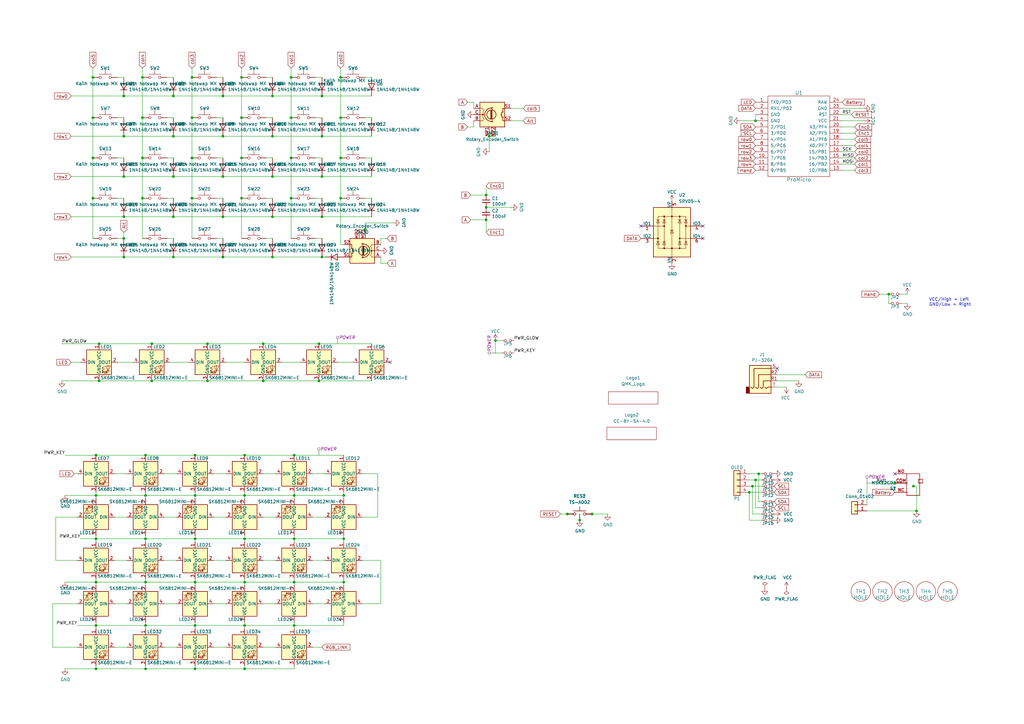
<source format=kicad_sch>
(kicad_sch (version 20230121) (generator eeschema)
  (paper "A3")
  (title_block (title "Lotus 58 Glow") (date "2023-08-30") (rev "v1.26") (company "Markus Knutsson <markus.knutsson@tweety.se>") (comment 1 "https://github.com/TweetyDaBird") (comment 2 "Licensed under Creative Commons BY-SA 4.0 International"))
  (junction (at 119.38 48.26))
  (junction (at 50.8 97.79))
  (junction (at 59.69 274.32))
  (junction (at 132.08 88.9))
  (junction (at 59.69 220.98))
  (junction (at 62.23 140.97))
  (junction (at 100.33 256.54))
  (junction (at 307.34 201.93))
  (junction (at 80.01 220.98))
  (junction (at 91.44 105.41))
  (junction (at 139.7 48.26))
  (junction (at 100.33 203.2))
  (junction (at 58.42 81.28))
  (junction (at 80.01 186.69))
  (junction (at 78.74 81.28))
  (junction (at 85.09 156.21))
  (junction (at 199.39 90.17))
  (junction (at 111.76 55.88))
  (junction (at 132.08 55.88))
  (junction (at 39.37 186.69))
  (junction (at 107.95 156.21))
  (junction (at 59.69 256.54))
  (junction (at 50.8 105.41))
  (junction (at 199.39 85.09))
  (junction (at 80.01 274.32))
  (junction (at 111.76 39.37))
  (junction (at 111.76 72.39))
  (junction (at 200.66 55.88))
  (junction (at 374.65 199.39))
  (junction (at 119.38 31.75))
  (junction (at 40.64 140.97))
  (junction (at 58.42 48.26))
  (junction (at 99.06 31.75))
  (junction (at 71.12 72.39))
  (junction (at 38.1 48.26))
  (junction (at 140.97 238.76))
  (junction (at 50.8 39.37))
  (junction (at 58.42 31.75))
  (junction (at 367.03 198.12))
  (junction (at 149.86 93.98))
  (junction (at 50.8 72.39))
  (junction (at 139.7 64.77))
  (junction (at 203.2 139.7))
  (junction (at 71.12 55.88))
  (junction (at 99.06 81.28))
  (junction (at 59.69 186.69))
  (junction (at 237.744 213.36))
  (junction (at 39.37 220.98))
  (junction (at 71.12 39.37))
  (junction (at 50.8 88.9))
  (junction (at 140.97 220.98))
  (junction (at 107.95 140.97))
  (junction (at 100.33 186.69))
  (junction (at 58.42 64.77))
  (junction (at 38.1 31.75))
  (junction (at 130.81 140.97))
  (junction (at 50.8 55.88))
  (junction (at 111.76 105.41))
  (junction (at 39.37 238.76))
  (junction (at 39.37 274.32))
  (junction (at 91.44 55.88))
  (junction (at 85.09 140.97))
  (junction (at 38.1 64.77))
  (junction (at 375.92 209.55))
  (junction (at 364.49 120.65))
  (junction (at 71.12 105.41))
  (junction (at 78.74 64.77))
  (junction (at 120.65 256.54))
  (junction (at 120.65 220.98))
  (junction (at 39.37 256.54))
  (junction (at 111.76 88.9))
  (junction (at 59.69 203.2))
  (junction (at 80.01 238.76))
  (junction (at 199.39 80.01))
  (junction (at 120.65 186.69))
  (junction (at 91.44 39.37))
  (junction (at 311.15 194.31))
  (junction (at 132.08 72.39))
  (junction (at 120.65 203.2))
  (junction (at 242.824 210.82))
  (junction (at 132.08 39.37))
  (junction (at 119.38 64.77))
  (junction (at 132.08 105.41))
  (junction (at 232.664 210.82))
  (junction (at 120.65 238.76))
  (junction (at 309.88 49.53))
  (junction (at 309.88 196.85))
  (junction (at 140.97 203.2))
  (junction (at 39.37 203.2))
  (junction (at 62.23 156.21))
  (junction (at 100.33 220.98))
  (junction (at 78.74 31.75))
  (junction (at 308.61 199.39))
  (junction (at 80.01 203.2))
  (junction (at 99.06 64.77))
  (junction (at 78.74 48.26))
  (junction (at 80.01 256.54))
  (junction (at 99.06 48.26))
  (junction (at 91.44 72.39))
  (junction (at 40.64 156.21))
  (junction (at 100.33 238.76))
  (junction (at 139.7 31.75))
  (junction (at 91.44 88.9))
  (junction (at 139.7 81.28))
  (junction (at 100.33 274.32))
  (junction (at 38.1 81.28))
  (junction (at 71.12 88.9))
  (junction (at 119.38 81.28))
  (junction (at 130.81 156.21))
  (junction (at 59.69 238.76))
  (no_connect (at 160.02 148.59))
  (no_connect (at 367.03 194.31))
  (no_connect (at 262.89 92.71))
  (no_connect (at 288.29 97.79))
  (no_connect (at 288.29 92.71))
  (no_connect (at 318.77 151.13))
  (wire (pts (xy 345.44 59.69) (xy 350.52 59.69)))
  (wire (pts (xy 140.97 203.2) (xy 140.97 201.93)))
  (wire (pts (xy 307.34 194.31) (xy 311.15 194.31)))
  (wire (pts (xy 120.65 203.2) (xy 120.65 201.93)))
  (wire (pts (xy 29.21 148.59) (xy 33.02 148.59)))
  (wire (pts (xy 80.01 238.76) (xy 100.33 238.76)))
  (wire (pts (xy 120.65 186.69) (xy 140.97 186.69)))
  (wire (pts (xy 132.08 48.26) (xy 129.54 48.26)))
  (wire (pts (xy 199.39 80.01) (xy 199.39 76.2)))
  (wire (pts (xy 120.65 222.25) (xy 120.65 220.98)))
  (wire (pts (xy 109.22 31.75) (xy 111.76 31.75)))
  (wire (pts (xy 107.95 265.43) (xy 113.03 265.43)))
  (wire (pts (xy 107.95 194.31) (xy 113.03 194.31)))
  (wire (pts (xy 128.27 229.87) (xy 133.35 229.87)))
  (wire (pts (xy 67.31 212.09) (xy 72.39 212.09)))
  (wire (pts (xy 68.58 64.77) (xy 71.12 64.77)))
  (wire (pts (xy 67.31 247.65) (xy 72.39 247.65)))
  (wire (pts (xy 80.01 220.98) (xy 80.01 222.25)))
  (wire (pts (xy 39.37 274.32) (xy 39.37 273.05)))
  (wire (pts (xy 209.55 49.53) (xy 214.63 49.53)))
  (wire (pts (xy 25.4 140.97) (xy 40.64 140.97)))
  (wire (pts (xy 59.69 257.81) (xy 59.69 256.54)))
  (wire (pts (xy 318.77 153.67) (xy 330.2 153.67)))
  (wire (pts (xy 140.97 220.98) (xy 140.97 222.25)))
  (wire (pts (xy 46.99 212.09) (xy 52.07 212.09)))
  (wire (pts (xy 128.27 194.31) (xy 133.35 194.31)))
  (wire (pts (xy 120.65 255.27) (xy 120.65 256.54)))
  (wire (pts (xy 21.59 247.65) (xy 21.59 265.43)))
  (wire (pts (xy 31.75 247.65) (xy 21.59 247.65)))
  (wire (pts (xy 87.63 212.09) (xy 92.71 212.09)))
  (wire (pts (xy 29.21 105.41) (xy 50.8 105.41)))
  (wire (pts (xy 311.15 194.31) (xy 311.15 205.74)))
  (wire (pts (xy 87.63 229.87) (xy 92.71 229.87)))
  (wire (pts (xy 156.21 229.87) (xy 156.21 247.65)))
  (wire (pts (xy 68.58 31.75) (xy 71.12 31.75)))
  (wire (pts (xy 59.69 220.98) (xy 80.01 220.98)))
  (wire (pts (xy 367.03 198.12) (xy 355.6 198.12)))
  (wire (pts (xy 80.01 186.69) (xy 100.33 186.69)))
  (wire (pts (xy 50.8 81.28) (xy 48.26 81.28)))
  (wire (pts (xy 193.04 80.01) (xy 199.39 80.01)))
  (wire (pts (xy 91.44 97.79) (xy 88.9 97.79)))
  (wire (pts (xy 87.63 194.31) (xy 92.71 194.31)))
  (wire (pts (xy 132.08 55.88) (xy 152.4 55.88)))
  (wire (pts (xy 78.74 48.26) (xy 78.74 64.77)))
  (wire (pts (xy 40.64 156.21) (xy 62.23 156.21)))
  (wire (pts (xy 39.37 220.98) (xy 33.02 220.98)))
  (wire (pts (xy 120.65 256.54) (xy 140.97 256.54)))
  (wire (pts (xy 38.1 27.94) (xy 38.1 31.75)))
  (wire (pts (xy 88.9 31.75) (xy 91.44 31.75)))
  (wire (pts (xy 132.08 105.41) (xy 133.35 105.41)))
  (wire (pts (xy 99.06 31.75) (xy 99.06 48.26)))
  (wire (pts (xy 59.69 220.98) (xy 59.69 222.25)))
  (wire (pts (xy 99.06 27.94) (xy 99.06 31.75)))
  (wire (pts (xy 26.67 186.69) (xy 39.37 186.69)))
  (wire (pts (xy 355.6 198.12) (xy 355.6 207.01)))
  (wire (pts (xy 78.74 64.77) (xy 78.74 81.28)))
  (wire (pts (xy 30.48 194.31) (xy 31.75 194.31)))
  (wire (pts (xy 46.99 194.31) (xy 52.07 194.31)))
  (wire (pts (xy 39.37 203.2) (xy 39.37 204.47)))
  (wire (pts (xy 80.01 237.49) (xy 80.01 238.76)))
  (wire (pts (xy 107.95 140.97) (xy 130.81 140.97)))
  (wire (pts (xy 29.21 55.88) (xy 50.8 55.88)))
  (wire (pts (xy 50.8 55.88) (xy 71.12 55.88)))
  (wire (pts (xy 59.69 255.27) (xy 59.69 256.54)))
  (wire (pts (xy 48.26 64.77) (xy 50.8 64.77)))
  (wire (pts (xy 78.74 31.75) (xy 78.74 48.26)))
  (wire (pts (xy 80.01 203.2) (xy 59.69 203.2)))
  (wire (pts (xy 31.75 229.87) (xy 22.86 229.87)))
  (wire (pts (xy 309.88 49.53) (xy 303.53 49.53)))
  (wire (pts (xy 115.57 148.59) (xy 123.19 148.59)))
  (wire (pts (xy 100.33 203.2) (xy 100.33 201.93)))
  (wire (pts (xy 39.37 240.03) (xy 39.37 238.76)))
  (wire (pts (xy 71.12 105.41) (xy 91.44 105.41)))
  (wire (pts (xy 345.44 52.07) (xy 350.52 52.07)))
  (wire (pts (xy 111.76 64.77) (xy 109.22 64.77)))
  (wire (pts (xy 50.8 95.25) (xy 50.8 97.79)))
  (wire (pts (xy 39.37 220.98) (xy 39.37 222.25)))
  (wire (pts (xy 312.42 194.31) (xy 311.15 194.31)))
  (wire (pts (xy 149.86 64.77) (xy 152.4 64.77)))
  (wire (pts (xy 312.42 196.85) (xy 309.88 196.85)))
  (wire (pts (xy 307.34 201.93) (xy 312.42 201.93)))
  (wire (pts (xy 78.74 81.28) (xy 78.74 97.79)))
  (wire (pts (xy 80.01 203.2) (xy 100.33 203.2)))
  (wire (pts (xy 46.99 265.43) (xy 52.07 265.43)))
  (wire (pts (xy 158.75 107.95) (xy 156.21 107.95)))
  (wire (pts (xy 100.33 220.98) (xy 100.33 222.25)))
  (wire (pts (xy 39.37 201.93) (xy 39.37 203.2)))
  (wire (pts (xy 200.66 62.23) (xy 200.66 55.88)))
  (wire (pts (xy 318.77 156.21) (xy 327.66 156.21)))
  (wire (pts (xy 71.12 72.39) (xy 91.44 72.39)))
  (wire (pts (xy 50.8 88.9) (xy 71.12 88.9)))
  (wire (pts (xy 309.88 46.99) (xy 309.88 49.53)))
  (wire (pts (xy 99.06 64.77) (xy 99.06 81.28)))
  (wire (pts (xy 156.21 107.95) (xy 156.21 105.41)))
  (wire (pts (xy 199.39 95.25) (xy 199.39 90.17)))
  (wire (pts (xy 209.55 44.45) (xy 214.63 44.45)))
  (wire (pts (xy 25.4 156.21) (xy 40.64 156.21)))
  (wire (pts (xy 119.38 81.28) (xy 119.38 97.79)))
  (wire (pts (xy 39.37 219.71) (xy 39.37 220.98)))
  (wire (pts (xy 191.77 52.07) (xy 194.31 52.07)))
  (wire (pts (xy 161.29 91.44) (xy 149.86 91.44)))
  (wire (pts (xy 78.74 27.94) (xy 78.74 31.75)))
  (wire (pts (xy 62.23 140.97) (xy 85.09 140.97)))
  (wire (pts (xy 345.44 49.53) (xy 354.33 49.53)))
  (wire (pts (xy 130.81 140.97) (xy 152.4 140.97)))
  (wire (pts (xy 71.12 55.88) (xy 91.44 55.88)))
  (wire (pts (xy 119.38 31.75) (xy 119.38 48.26)))
  (wire (pts (xy 59.69 274.32) (xy 39.37 274.32)))
  (wire (pts (xy 99.06 48.26) (xy 99.06 64.77)))
  (wire (pts (xy 92.71 148.59) (xy 100.33 148.59)))
  (wire (pts (xy 149.86 81.28) (xy 152.4 81.28)))
  (wire (pts (xy 100.33 203.2) (xy 120.65 203.2)))
  (wire (pts (xy 21.59 265.43) (xy 31.75 265.43)))
  (wire (pts (xy 139.7 31.75) (xy 139.7 48.26)))
  (wire (pts (xy 69.85 148.59) (xy 77.47 148.59)))
  (wire (pts (xy 345.44 54.61) (xy 350.52 54.61)))
  (wire (pts (xy 100.33 274.32) (xy 80.01 274.32)))
  (wire (pts (xy 109.22 81.28) (xy 111.76 81.28)))
  (wire (pts (xy 119.38 48.26) (xy 119.38 64.77)))
  (wire (pts (xy 80.01 274.32) (xy 80.01 273.05)))
  (wire (pts (xy 71.12 48.26) (xy 68.58 48.26)))
  (wire (pts (xy 100.33 256.54) (xy 100.33 255.27)))
  (wire (pts (xy 345.44 44.45) (xy 354.33 44.45)))
  (wire (pts (xy 67.31 229.87) (xy 72.39 229.87)))
  (wire (pts (xy 107.95 156.21) (xy 130.81 156.21)))
  (wire (pts (xy 91.44 88.9) (xy 111.76 88.9)))
  (wire (pts (xy 80.01 257.81) (xy 80.01 256.54)))
  (wire (pts (xy 119.38 64.77) (xy 119.38 81.28)))
  (wire (pts (xy 148.59 247.65) (xy 156.21 247.65)))
  (wire (pts (xy 100.33 238.76) (xy 120.65 238.76)))
  (wire (pts (xy 58.42 27.94) (xy 58.42 31.75)))
  (wire (pts (xy 31.75 256.54) (xy 39.37 256.54)))
  (wire (pts (xy 200.66 55.88) (xy 203.2 55.88)))
  (wire (pts (xy 99.06 81.28) (xy 99.06 97.79)))
  (wire (pts (xy 147.32 93.98) (xy 149.86 93.98)))
  (wire (pts (xy 130.81 156.21) (xy 152.4 156.21)))
  (wire (pts (xy 48.26 148.59) (xy 54.61 148.59)))
  (wire (pts (xy 100.33 257.81) (xy 100.33 256.54)))
  (wire (pts (xy 29.21 88.9) (xy 50.8 88.9)))
  (wire (pts (xy 46.99 247.65) (xy 52.07 247.65)))
  (wire (pts (xy 132.08 97.79) (xy 129.54 97.79)))
  (wire (pts (xy 88.9 48.26) (xy 91.44 48.26)))
  (wire (pts (xy 140.97 237.49) (xy 140.97 238.76)))
  (wire (pts (xy 107.95 247.65) (xy 113.03 247.65)))
  (wire (pts (xy 111.76 97.79) (xy 109.22 97.79)))
  (wire (pts (xy 80.01 203.2) (xy 80.01 204.47)))
  (wire (pts (xy 120.65 274.32) (xy 100.33 274.32)))
  (wire (pts (xy 26.67 238.76) (xy 39.37 238.76)))
  (wire (pts (xy 140.97 220.98) (xy 140.97 219.71)))
  (wire (pts (xy 100.33 204.47) (xy 100.33 203.2)))
  (wire (pts (xy 149.86 31.75) (xy 152.4 31.75)))
  (wire (pts (xy 140.97 203.2) (xy 140.97 204.47)))
  (wire (pts (xy 372.11 124.46) (xy 369.57 124.46)))
  (wire (pts (xy 120.65 204.47) (xy 120.65 203.2)))
  (wire (pts (xy 345.44 62.23) (xy 350.52 62.23)))
  (wire (pts (xy 87.63 247.65) (xy 92.71 247.65)))
  (wire (pts (xy 191.77 41.91) (xy 194.31 41.91)))
  (wire (pts (xy 193.04 90.17) (xy 199.39 90.17)))
  (wire (pts (xy 59.69 186.69) (xy 80.01 186.69)))
  (wire (pts (xy 120.65 238.76) (xy 140.97 238.76)))
  (wire (pts (xy 364.49 124.46) (xy 364.49 120.65)))
  (wire (pts (xy 80.01 220.98) (xy 80.01 219.71)))
  (wire (pts (xy 199.39 85.09) (xy 209.55 85.09)))
  (wire (pts (xy 345.44 67.31) (xy 350.52 67.31)))
  (wire (pts (xy 67.31 265.43) (xy 72.39 265.43)))
  (wire (pts (xy 22.86 229.87) (xy 22.86 212.09)))
  (wire (pts (xy 249.174 210.82) (xy 242.824 210.82)))
  (wire (pts (xy 194.31 52.07) (xy 194.31 49.53)))
  (wire (pts (xy 50.8 105.41) (xy 71.12 105.41)))
  (wire (pts (xy 87.63 265.43) (xy 92.71 265.43)))
  (wire (pts (xy 59.69 274.32) (xy 59.69 273.05)))
  (wire (pts (xy 132.08 31.75) (xy 129.54 31.75)))
  (wire (pts (xy 39.37 203.2) (xy 26.67 203.2)))
  (wire (pts (xy 91.44 81.28) (xy 88.9 81.28)))
  (wire (pts (xy 111.76 55.88) (xy 132.08 55.88)))
  (wire (pts (xy 375.92 199.39) (xy 375.92 209.55)))
  (wire (pts (xy 132.08 72.39) (xy 152.4 72.39)))
  (wire (pts (xy 59.69 203.2) (xy 59.69 201.93)))
  (wire (pts (xy 345.44 69.85) (xy 350.52 69.85)))
  (wire (pts (xy 39.37 186.69) (xy 59.69 186.69)))
  (wire (pts (xy 29.21 39.37) (xy 50.8 39.37)))
  (wire (pts (xy 149.86 91.44) (xy 149.86 93.98)))
  (wire (pts (xy 139.7 64.77) (xy 139.7 81.28)))
  (wire (pts (xy 120.65 257.81) (xy 120.65 256.54)))
  (wire (pts (xy 360.68 120.65) (xy 364.49 120.65)))
  (wire (pts (xy 203.2 139.7) (xy 205.74 139.7)))
  (wire (pts (xy 152.4 48.26) (xy 149.86 48.26)))
  (wire (pts (xy 39.37 203.2) (xy 59.69 203.2)))
  (wire (pts (xy 100.33 237.49) (xy 100.33 238.76)))
  (wire (pts (xy 59.69 237.49) (xy 59.69 238.76)))
  (wire (pts (xy 120.65 203.2) (xy 140.97 203.2)))
  (wire (pts (xy 140.97 256.54) (xy 140.97 255.27)))
  (wire (pts (xy 91.44 105.41) (xy 111.76 105.41)))
  (wire (pts (xy 111.76 72.39) (xy 132.08 72.39)))
  (wire (pts (xy 100.33 220.98) (xy 120.65 220.98)))
  (wire (pts (xy 120.65 274.32) (xy 120.65 273.05)))
  (wire (pts (xy 345.44 46.99) (xy 349.25 46.99)))
  (wire (pts (xy 120.65 220.98) (xy 120.65 219.71)))
  (wire (pts (xy 148.59 229.87) (xy 156.21 229.87)))
  (wire (pts (xy 154.94 194.31) (xy 154.94 212.09)))
  (wire (pts (xy 91.44 72.39) (xy 111.76 72.39)))
  (wire (pts (xy 80.01 201.93) (xy 80.01 203.2)))
  (wire (pts (xy 91.44 39.37) (xy 111.76 39.37)))
  (wire (pts (xy 58.42 81.28) (xy 58.42 97.79)))
  (wire (pts (xy 59.69 220.98) (xy 59.69 219.71)))
  (wire (pts (xy 59.69 204.47) (xy 59.69 203.2)))
  (wire (pts (xy 80.01 240.03) (xy 80.01 238.76)))
  (wire (pts (xy 132.08 265.43) (xy 128.27 265.43)))
  (wire (pts (xy 67.31 194.31) (xy 72.39 194.31)))
  (wire (pts (xy 158.75 97.79) (xy 156.21 97.79)))
  (wire (pts (xy 120.65 220.98) (xy 140.97 220.98)))
  (wire (pts (xy 80.01 256.54) (xy 80.01 255.27)))
  (wire (pts (xy 318.77 158.75) (xy 322.58 158.75)))
  (wire (pts (xy 71.12 39.37) (xy 91.44 39.37)))
  (wire (pts (xy 46.99 229.87) (xy 52.07 229.87)))
  (wire (pts (xy 39.37 255.27) (xy 39.37 256.54)))
  (wire (pts (xy 369.57 120.65) (xy 372.11 120.65)))
  (wire (pts (xy 38.1 48.26) (xy 38.1 64.77)))
  (wire (pts (xy 148.59 212.09) (xy 154.94 212.09)))
  (wire (pts (xy 128.27 247.65) (xy 133.35 247.65)))
  (wire (pts (xy 39.37 257.81) (xy 39.37 256.54)))
  (wire (pts (xy 80.01 220.98) (xy 100.33 220.98)))
  (wire (pts (xy 59.69 256.54) (xy 80.01 256.54)))
  (wire (pts (xy 38.1 81.28) (xy 38.1 97.79)))
  (wire (pts (xy 59.69 238.76) (xy 80.01 238.76)))
  (wire (pts (xy 107.95 212.09) (xy 113.03 212.09)))
  (wire (pts (xy 119.38 27.94) (xy 119.38 31.75)))
  (wire (pts (xy 139.7 48.26) (xy 139.7 64.77)))
  (wire (pts (xy 139.7 27.94) (xy 139.7 31.75)))
  (wire (pts (xy 139.7 81.28) (xy 139.7 100.33)))
  (wire (pts (xy 80.01 274.32) (xy 59.69 274.32)))
  (wire (pts (xy 132.08 39.37) (xy 152.4 39.37)))
  (wire (pts (xy 100.33 186.69) (xy 120.65 186.69)))
  (wire (pts (xy 100.33 274.32) (xy 100.33 273.05)))
  (wire (pts (xy 50.8 39.37) (xy 71.12 39.37)))
  (wire (pts (xy 308.61 199.39) (xy 312.42 199.39)))
  (wire (pts (xy 85.09 156.21) (xy 107.95 156.21)))
  (wire (pts (xy 132.08 88.9) (xy 152.4 88.9)))
  (wire (pts (xy 203.2 144.78) (xy 205.74 144.78)))
  (wire (pts (xy 100.33 256.54) (xy 120.65 256.54)))
  (wire (pts (xy 71.12 88.9) (xy 91.44 88.9)))
  (wire (pts (xy 120.65 240.03) (xy 120.65 238.76)))
  (wire (pts (xy 40.64 140.97) (xy 62.23 140.97)))
  (wire (pts (xy 71.12 81.28) (xy 68.58 81.28)))
  (wire (pts (xy 203.2 139.7) (xy 203.2 144.78)))
  (wire (pts (xy 22.86 212.09) (xy 31.75 212.09)))
  (wire (pts (xy 39.37 274.32) (xy 26.67 274.32)))
  (wire (pts (xy 309.88 196.85) (xy 309.88 208.28)))
  (wire (pts (xy 308.61 210.82) (xy 308.61 199.39)))
  (wire (pts (xy 39.37 238.76) (xy 59.69 238.76)))
  (wire (pts (xy 307.34 213.36) (xy 312.42 213.36)))
  (wire (pts (xy 307.34 201.93) (xy 307.34 213.36)))
  (wire (pts (xy 58.42 64.77) (xy 58.42 81.28)))
  (wire (pts (xy 156.21 97.79) (xy 156.21 100.33)))
  (wire (pts (xy 107.95 229.87) (xy 113.03 229.87)))
  (wire (pts (xy 132.08 64.77) (xy 129.54 64.77)))
  (wire (pts (xy 139.7 100.33) (xy 140.97 100.33)))
  (wire (pts (xy 71.12 97.79) (xy 68.58 97.79)))
  (wire (pts (xy 375.92 199.39) (xy 374.65 199.39)))
  (wire (pts (xy 307.34 196.85) (xy 309.88 196.85)))
  (wire (pts (xy 62.23 156.21) (xy 85.09 156.21)))
  (wire (pts (xy 50.8 48.26) (xy 48.26 48.26)))
  (wire (pts (xy 345.44 64.77) (xy 350.52 64.77)))
  (wire (pts (xy 312.42 205.74) (xy 311.15 205.74)))
  (wire (pts (xy 312.42 210.82) (xy 308.61 210.82)))
  (wire (pts (xy 85.09 140.97) (xy 107.95 140.97)))
  (wire (pts (xy 100.33 238.76) (xy 100.33 240.03)))
  (wire (pts (xy 111.76 48.26) (xy 109.22 48.26)))
  (wire (pts (xy 88.9 64.77) (xy 91.44 64.77)))
  (wire (pts (xy 138.43 148.59) (xy 144.78 148.59)))
  (wire (pts (xy 50.8 31.75) (xy 48.26 31.75)))
  (wire (pts (xy 148.59 194.31) (xy 154.94 194.31)))
  (wire (pts (xy 80.01 256.54) (xy 100.33 256.54)))
  (wire (pts (xy 120.65 237.49) (xy 120.65 238.76)))
  (wire (pts (xy 111.76 105.41) (xy 132.08 105.41)))
  (wire (pts (xy 50.8 72.39) (xy 71.12 72.39)))
  (wire (pts (xy 132.08 81.28) (xy 129.54 81.28)))
  (wire (pts (xy 111.76 88.9) (xy 132.08 88.9)))
  (wire (pts (xy 39.37 220.98) (xy 59.69 220.98)))
  (wire (pts (xy 58.42 31.75) (xy 58.42 48.26)))
  (wire (pts (xy 29.21 72.39) (xy 50.8 72.39)))
  (wire (pts (xy 59.69 238.76) (xy 59.69 240.03)))
  (wire (pts (xy 39.37 256.54) (xy 59.69 256.54)))
  (wire (pts (xy 100.33 220.98) (xy 100.33 219.71)))
  (wire (pts (xy 229.87 210.82) (xy 232.664 210.82)))
  (wire (pts (xy 355.6 209.55) (xy 375.92 209.55)))
  (wire (pts (xy 91.44 55.88) (xy 111.76 55.88)))
  (wire (pts (xy 194.31 41.91) (xy 194.31 44.45)))
  (wire (pts (xy 309.88 208.28) (xy 312.42 208.28)))
  (wire (pts (xy 39.37 237.49) (xy 39.37 238.76)))
  (wire (pts (xy 345.44 57.15) (xy 350.52 57.15)))
  (wire (pts (xy 48.26 97.79) (xy 50.8 97.79)))
  (wire (pts (xy 307.34 199.39) (xy 308.61 199.39)))
  (wire (pts (xy 140.97 238.76) (xy 140.97 240.03)))
  (wire (pts (xy 38.1 31.75) (xy 38.1 48.26)))
  (wire (pts (xy 111.76 39.37) (xy 132.08 39.37)))
  (wire (pts (xy 58.42 48.26) (xy 58.42 64.77)))
  (wire (pts (xy 38.1 64.77) (xy 38.1 81.28)))
  (wire (pts (xy 128.27 212.09) (xy 133.35 212.09)))
  (text "VCC/High = Left\nGND/Low = Right" (at 381 125.73 0) (effects (font (size 1.27 1.27)) (justify left bottom)))
  (label "PWR_GLOW" (at 210.82 139.7 0))
  (label "PWR_KEY" (at 26.67 186.69 180))
  (label "MOSI" (at 345.44 67.31 0))
  (label "PWR_KEY" (at 33.02 220.98 180))
  (label "SCK" (at 345.44 62.23 0))
  (label "PWR_GLOW" (at 25.4 140.97 0))
  (label "PWR_KEY" (at 31.75 256.54 180))
  (label "PWR_KEY" (at 210.82 144.78 0))
  (label "Batt" (at 359.41 198.12 0))
  (label "RST" (at 345.44 46.99 0))
  (label "MISO" (at 345.44 64.77 0))
  (global_label "A" (shape input) (at 193.04 90.17 180) (property "Intersheetrefs" "${INTERSHEET_REFS}" (effects hide)))
  (global_label "Alt" (shape input) (at 50.8 95.25 90) (property "Intersheetrefs" "${INTERSHEET_REFS}" (effects hide)))
  (global_label "col2" (shape input) (at 350.52 64.77 0) (property "Intersheetrefs" "${INTERSHEET_REFS}" (effects hide)))
  (global_label "row2" (shape input) (at 309.88 62.23 180) (property "Intersheetrefs" "${INTERSHEET_REFS}" (effects hide)))
  (global_label "RESET" (shape input) (at 349.25 46.99 0) (property "Intersheetrefs" "${INTERSHEET_REFS}" (effects hide)))
  (global_label "col4" (shape input) (at 58.42 27.94 90) (property "Intersheetrefs" "${INTERSHEET_REFS}" (effects hide)))
  (global_label "row1" (shape input) (at 309.88 59.69 180) (property "Intersheetrefs" "${INTERSHEET_REFS}" (effects hide)))
  (global_label "Battery" (shape input) (at 345.44 41.91 0) (property "Intersheetrefs" "${INTERSHEET_REFS}" (effects hide)))
  (global_label "LED" (shape input) (at 29.21 148.59 180) (property "Intersheetrefs" "${INTERSHEET_REFS}" (effects hide)))
  (global_label "Enc1" (shape input) (at 199.39 95.25 0) (property "Intersheetrefs" "${INTERSHEET_REFS}" (effects hide)))
  (global_label "row3" (shape input) (at 29.21 88.9 180) (property "Intersheetrefs" "${INTERSHEET_REFS}" (effects hide)))
  (global_label "SDA" (shape input) (at 317.5 205.74 0) (property "Intersheetrefs" "${INTERSHEET_REFS}" (effects hide)))
  (global_label "row3" (shape input) (at 309.88 64.77 180) (property "Intersheetrefs" "${INTERSHEET_REFS}" (effects hide)))
  (global_label "SCL" (shape input) (at 309.88 54.61 180) (property "Intersheetrefs" "${INTERSHEET_REFS}" (effects hide)))
  (global_label "SDA" (shape input) (at 317.5 201.93 0) (property "Intersheetrefs" "${INTERSHEET_REFS}" (effects hide)))
  (global_label "Enc0" (shape input) (at 350.52 52.07 0) (property "Intersheetrefs" "${INTERSHEET_REFS}" (effects hide)))
  (global_label "col4" (shape input) (at 350.52 59.69 0) (property "Intersheetrefs" "${INTERSHEET_REFS}" (effects hide)))
  (global_label "row1" (shape input) (at 29.21 55.88 180) (property "Intersheetrefs" "${INTERSHEET_REFS}" (effects hide)))
  (global_label "SCL" (shape input) (at 317.5 208.28 0) (property "Intersheetrefs" "${INTERSHEET_REFS}" (effects hide)))
  (global_label "RGB_LINK" (shape input) (at 132.08 265.43 0) (property "Intersheetrefs" "${INTERSHEET_REFS}" (effects hide)))
  (global_label "row2" (shape input) (at 29.21 72.39 180) (property "Intersheetrefs" "${INTERSHEET_REFS}" (effects hide)))
  (global_label "A" (shape input) (at 191.77 41.91 180) (property "Intersheetrefs" "${INTERSHEET_REFS}" (effects hide)))
  (global_label "col5" (shape input) (at 214.63 44.45 0) (property "Intersheetrefs" "${INTERSHEET_REFS}" (effects hide)))
  (global_label "col5" (shape input) (at 38.1 27.94 90) (property "Intersheetrefs" "${INTERSHEET_REFS}" (effects hide)))
  (global_label "col0" (shape input) (at 350.52 62.23 0) (property "Intersheetrefs" "${INTERSHEET_REFS}" (effects hide)))
  (global_label "col3" (shape input) (at 78.74 27.94 90) (property "Intersheetrefs" "${INTERSHEET_REFS}" (effects hide)))
  (global_label "LED" (shape input) (at 30.48 194.31 180) (property "Intersheetrefs" "${INTERSHEET_REFS}" (effects hide)))
  (global_label "DATA" (shape input) (at 262.89 97.79 180) (property "Intersheetrefs" "${INTERSHEET_REFS}" (effects hide)))
  (global_label "Battery" (shape input) (at 367.03 201.93 180) (property "Intersheetrefs" "${INTERSHEET_REFS}" (effects hide)))
  (global_label "LED" (shape input) (at 309.88 41.91 180) (property "Intersheetrefs" "${INTERSHEET_REFS}" (effects hide)))
  (global_label "SCL" (shape input) (at 317.5 199.39 0) (property "Intersheetrefs" "${INTERSHEET_REFS}" (effects hide)))
  (global_label "Hand" (shape input) (at 309.88 69.85 180) (property "Intersheetrefs" "${INTERSHEET_REFS}" (effects hide)))
  (global_label "A" (shape input) (at 158.75 107.95 0) (property "Intersheetrefs" "${INTERSHEET_REFS}" (effects hide)))
  (global_label "row0" (shape input) (at 29.21 39.37 180) (property "Intersheetrefs" "${INTERSHEET_REFS}" (effects hide)))
  (global_label "SDA" (shape input) (at 309.88 52.07 180) (property "Intersheetrefs" "${INTERSHEET_REFS}" (effects hide)))
  (global_label "Alt" (shape input) (at 214.63 49.53 0) (property "Intersheetrefs" "${INTERSHEET_REFS}" (effects hide)))
  (global_label "B" (shape input) (at 193.04 80.01 180) (property "Intersheetrefs" "${INTERSHEET_REFS}" (effects hide)))
  (global_label "col5" (shape input) (at 350.52 57.15 0) (property "Intersheetrefs" "${INTERSHEET_REFS}" (effects hide)))
  (global_label "DATA" (shape input) (at 330.2 153.67 0) (property "Intersheetrefs" "${INTERSHEET_REFS}" (effects hide)))
  (global_label "Enc0" (shape input) (at 199.39 76.2 0) (property "Intersheetrefs" "${INTERSHEET_REFS}" (effects hide)))
  (global_label "row4" (shape input) (at 29.21 105.41 180) (property "Intersheetrefs" "${INTERSHEET_REFS}" (effects hide)))
  (global_label "row0" (shape input) (at 309.88 57.15 180) (property "Intersheetrefs" "${INTERSHEET_REFS}" (effects hide)))
  (global_label "B" (shape input) (at 191.77 52.07 180) (property "Intersheetrefs" "${INTERSHEET_REFS}" (effects hide)))
  (global_label "B" (shape input) (at 158.75 97.79 0) (property "Intersheetrefs" "${INTERSHEET_REFS}" (effects hide)))
  (global_label "col1" (shape input) (at 350.52 67.31 0) (property "Intersheetrefs" "${INTERSHEET_REFS}" (effects hide)))
  (global_label "col1" (shape input) (at 119.38 27.94 90) (property "Intersheetrefs" "${INTERSHEET_REFS}" (effects hide)))
  (global_label "col0" (shape input) (at 139.7 27.94 90) (property "Intersheetrefs" "${INTERSHEET_REFS}" (effects hide)))
  (global_label "Hand" (shape input) (at 360.68 120.65 180) (property "Intersheetrefs" "${INTERSHEET_REFS}" (effects hide)))
  (global_label "col2" (shape input) (at 99.06 27.94 90) (property "Intersheetrefs" "${INTERSHEET_REFS}" (effects hide)))
  (global_label "DATA" (shape input) (at 309.88 44.45 180) (property "Intersheetrefs" "${INTERSHEET_REFS}" (effects hide)))
  (global_label "row4" (shape input) (at 309.88 67.31 180) (property "Intersheetrefs" "${INTERSHEET_REFS}" (effects hide)))
  (global_label "Enc1" (shape input) (at 350.52 54.61 0) (property "Intersheetrefs" "${INTERSHEET_REFS}" (effects hide)))
  (global_label "RESET" (shape input) (at 229.87 210.82 180) (property "Intersheetrefs" "${INTERSHEET_REFS}" (effects hide)))
  (global_label "col3" (shape input) (at 350.52 69.85 0) (property "Intersheetrefs" "${INTERSHEET_REFS}" (effects hide)))
  (netclass_flag "" (length 2.54) (shape round) (at 355.6 198.12 0) (property "Netclass" "POWER" (at 356.2096 195.58 0) (effects (font italic) (justify left))))
  (netclass_flag "" (length 2.54) (shape round) (at 203.2 144.78 90) (property "Netclass" "POWER" (at 200.66 144.1704 90) (effects (font italic) (justify left))))
  (netclass_flag "" (length 2.54) (shape round) (at 130.81 186.69 0) (property "Netclass" "POWER" (at 131.4196 184.15 0) (effects (font italic) (justify left))))
  (netclass_flag "" (length 2.54) (shape round) (at 138.43 140.97 0) (property "Netclass" "POWER" (at 139.0396 138.43 0) (effects (font italic) (justify left))))
  (symbol (lib_id "keebio:ProMicro") (at 327.66 55.88 0) (unit 1)
    (property "Reference" "U1" (at 327.66 38.1 0) (effects (font (size 1.524 1.524))))
    (property "Value" "ProMicro" (at 327.66 73.66 0) (effects (font (size 1.524 1.524))))
    (property "Footprint" "Keyboard Controllers:ProMicro_Reversible_orig" (effects hide))
  )
  (symbol (lib_id "Switch:SW_Push") (at 43.18 97.79 0) (unit 1)
    (property "Reference" "SW25" (at 43.18 93.98 0))
    (property "Value" "Kailh hotswap MX socket" (at 43.18 100.33 0))
    (property "Footprint" "keyswitches:Kailh_socket_MX_reversible_RGB" (effects hide))
  )
  (symbol (lib_id "Switch:SW_Push") (at 63.5 97.79 0) (unit 1)
    (property "Reference" "SW26" (at 63.5 93.98 0))
    (property "Value" "Kailh hotswap MX socket" (at 63.5 100.33 0))
    (property "Footprint" "keyswitches:Kailh_socket_MX_reversible_RGB" (effects hide))
  )
  (symbol (lib_id "Switch:SW_Push") (at 43.18 31.75 0) (mirror y) (unit 1)
    (property "Reference" "SW1" (at 43.18 27.94 0))
    (property "Value" "Kailh hotswap MX socket" (at 43.18 34.29 0))
    (property "Footprint" "keyswitches:Kailh_socket_MX_reversible_RGB" (effects hide))
  )
  (symbol (lib_id "Device:D") (at 50.8 35.56 90) (unit 1)
    (property "Reference" "D1" (at 52.8066 34.3916 90) (effects (justify right)))
    (property "Value" "1N4148/1N4148W" (at 52.8066 36.703 90) (effects (justify right)))
    (property "Footprint" "Keyboard Library:Diode_DO35_SOD123" (effects hide))
  )
  (symbol (lib_id "Switch:SW_Push") (at 63.5 31.75 0) (unit 1)
    (property "Reference" "SW2" (at 63.5 27.94 0))
    (property "Value" "Kailh hotswap MX socket" (at 63.5 34.29 0))
    (property "Footprint" "keyswitches:Kailh_socket_MX_reversible_RGB" (effects hide))
  )
  (symbol (lib_id "Device:D") (at 71.12 35.56 90) (unit 1)
    (property "Reference" "D2" (at 73.1266 34.3916 90) (effects (justify right)))
    (property "Value" "1N4148/1N4148W" (at 73.1266 36.703 90) (effects (justify right)))
    (property "Footprint" "Keyboard Library:Diode_DO35_SOD123" (effects hide))
  )
  (symbol (lib_id "Switch:SW_Push") (at 83.82 31.75 0) (unit 1)
    (property "Reference" "SW3" (at 83.82 27.94 0))
    (property "Value" "Kailh hotswap MX socket" (at 83.82 34.29 0))
    (property "Footprint" "keyswitches:Kailh_socket_MX_reversible_RGB" (effects hide))
  )
  (symbol (lib_id "Device:D") (at 91.44 35.56 90) (unit 1)
    (property "Reference" "D3" (at 93.4466 34.3916 90) (effects (justify right)))
    (property "Value" "1N4148/1N4148W" (at 93.4466 36.703 90) (effects (justify right)))
    (property "Footprint" "Keyboard Library:Diode_DO35_SOD123" (effects hide))
  )
  (symbol (lib_id "Switch:SW_Push") (at 104.14 31.75 0) (unit 1)
    (property "Reference" "SW4" (at 104.14 27.94 0))
    (property "Value" "Kailh hotswap MX socket" (at 104.14 34.29 0))
    (property "Footprint" "keyswitches:Kailh_socket_MX_reversible_RGB" (effects hide))
  )
  (symbol (lib_id "Device:D") (at 111.76 35.56 90) (unit 1)
    (property "Reference" "D4" (at 113.7666 34.3916 90) (effects (justify right)))
    (property "Value" "1N4148/1N4148W" (at 113.7666 36.703 90) (effects (justify right)))
    (property "Footprint" "Keyboard Library:Diode_DO35_SOD123" (effects hide))
  )
  (symbol (lib_id "Switch:SW_Push") (at 124.46 31.75 0) (unit 1)
    (property "Reference" "SW5" (at 124.46 27.94 0))
    (property "Value" "Kailh hotswap MX socket" (at 124.46 34.29 0))
    (property "Footprint" "keyswitches:Kailh_socket_MX_reversible_RGB" (effects hide))
  )
  (symbol (lib_id "Device:D") (at 132.08 35.56 90) (unit 1)
    (property "Reference" "D5" (at 134.0866 34.3916 90) (effects (justify right)))
    (property "Value" "1N4148/1N4148W" (at 134.0866 36.703 90) (effects (justify right)))
    (property "Footprint" "Keyboard Library:Diode_DO35_SOD123" (effects hide))
  )
  (symbol (lib_id "Switch:SW_Push") (at 144.78 31.75 0) (unit 1)
    (property "Reference" "SW6" (at 144.78 27.94 0))
    (property "Value" "Kailh hotswap MX socket" (at 144.78 33.02 0))
    (property "Footprint" "keyswitches:Kailh_socket_MX_reversible_RGB" (effects hide))
  )
  (symbol (lib_id "Device:D") (at 152.4 35.56 90) (unit 1)
    (property "Reference" "D6" (at 154.4066 34.3916 90) (effects (justify right)))
    (property "Value" "1N4148/1N4148W" (at 154.4066 36.703 90) (effects (justify right)))
    (property "Footprint" "Keyboard Library:Diode_DO35_SOD123" (effects hide))
  )
  (symbol (lib_id "Switch:SW_Push") (at 63.5 48.26 0) (unit 1)
    (property "Reference" "SW8" (at 63.5 44.45 0))
    (property "Value" "Kailh hotswap MX socket" (at 63.5 50.8 0))
    (property "Footprint" "keyswitches:Kailh_socket_MX_reversible_RGB" (effects hide))
  )
  (symbol (lib_id "Switch:SW_Push") (at 83.82 48.26 0) (unit 1)
    (property "Reference" "SW9" (at 83.82 44.45 0))
    (property "Value" "Kailh hotswap MX socket" (at 83.82 50.8 0))
    (property "Footprint" "keyswitches:Kailh_socket_MX_reversible_RGB" (effects hide))
  )
  (symbol (lib_id "Switch:SW_Push") (at 104.14 48.26 0) (unit 1)
    (property "Reference" "SW10" (at 104.14 44.45 0))
    (property "Value" "Kailh hotswap MX socket" (at 104.14 50.8 0))
    (property "Footprint" "keyswitches:Kailh_socket_MX_reversible_RGB" (effects hide))
  )
  (symbol (lib_id "Switch:SW_Push") (at 124.46 48.26 0) (unit 1)
    (property "Reference" "SW11" (at 124.46 44.45 0))
    (property "Value" "Kailh hotswap MX socket" (at 124.46 50.8 0))
    (property "Footprint" "keyswitches:Kailh_socket_MX_reversible_RGB" (effects hide))
  )
  (symbol (lib_id "Switch:SW_Push") (at 144.78 48.26 0) (unit 1)
    (property "Reference" "SW12" (at 144.78 44.45 0))
    (property "Value" "Kailh hotswap MX socket" (at 144.78 50.8 0))
    (property "Footprint" "keyswitches:Kailh_socket_MX_reversible_RGB" (effects hide))
  )
  (symbol (lib_id "Switch:SW_Push") (at 43.18 48.26 0) (unit 1)
    (property "Reference" "SW7" (at 43.18 44.45 0))
    (property "Value" "Kailh hotswap MX socket" (at 43.18 50.8 0))
    (property "Footprint" "keyswitches:Kailh_socket_MX_reversible_RGB" (effects hide))
  )
  (symbol (lib_id "Device:D") (at 50.8 52.07 90) (unit 1)
    (property "Reference" "D7" (at 52.8066 50.9016 90) (effects (justify right)))
    (property "Value" "1N4148/1N4148W" (at 52.8066 53.213 90) (effects (justify right)))
    (property "Footprint" "Keyboard Library:Diode_DO35_SOD123" (effects hide))
  )
  (symbol (lib_id "Device:D") (at 71.12 52.07 90) (unit 1)
    (property "Reference" "D8" (at 73.1266 50.9016 90) (effects (justify right)))
    (property "Value" "1N4148/1N4148W" (at 73.1266 53.213 90) (effects (justify right)))
    (property "Footprint" "Keyboard Library:Diode_DO35_SOD123" (effects hide))
  )
  (symbol (lib_id "Device:D") (at 91.44 52.07 90) (unit 1)
    (property "Reference" "D9" (at 93.4466 50.9016 90) (effects (justify right)))
    (property "Value" "1N4148/1N4148W" (at 93.4466 53.213 90) (effects (justify right)))
    (property "Footprint" "Keyboard Library:Diode_DO35_SOD123" (effects hide))
  )
  (symbol (lib_id "Device:D") (at 111.76 52.07 90) (unit 1)
    (property "Reference" "D10" (at 113.7666 50.9016 90) (effects (justify right)))
    (property "Value" "1N4148/1N4148W" (at 113.7666 53.213 90) (effects (justify right)))
    (property "Footprint" "Keyboard Library:Diode_DO35_SOD123" (effects hide))
  )
  (symbol (lib_id "Device:D") (at 132.08 52.07 90) (unit 1)
    (property "Reference" "D11" (at 134.0866 50.9016 90) (effects (justify right)))
    (property "Value" "1N4148/1N4148W" (at 134.0866 53.213 90) (effects (justify right)))
    (property "Footprint" "Keyboard Library:Diode_DO35_SOD123" (effects hide))
  )
  (symbol (lib_id "Device:D") (at 152.4 52.07 90) (unit 1)
    (property "Reference" "D12" (at 154.4066 50.9016 90) (effects (justify right)))
    (property "Value" "1N4148/1N4148W" (at 154.4066 53.213 90) (effects (justify right)))
    (property "Footprint" "Keyboard Library:Diode_DO35_SOD123" (effects hide))
  )
  (symbol (lib_id "Switch:SW_Push") (at 43.18 64.77 0) (unit 1)
    (property "Reference" "SW13" (at 43.18 60.96 0))
    (property "Value" "Kailh hotswap MX socket" (at 43.18 67.31 0))
    (property "Footprint" "keyswitches:Kailh_socket_MX_reversible_RGB" (effects hide))
  )
  (symbol (lib_id "Switch:SW_Push") (at 63.5 64.77 0) (unit 1)
    (property "Reference" "SW14" (at 63.5 60.96 0))
    (property "Value" "Kailh hotswap MX socket" (at 63.5 67.31 0))
    (property "Footprint" "keyswitches:Kailh_socket_MX_reversible_RGB" (effects hide))
  )
  (symbol (lib_id "Switch:SW_Push") (at 83.82 64.77 0) (unit 1)
    (property "Reference" "SW15" (at 83.82 60.96 0))
    (property "Value" "Kailh hotswap MX socket" (at 83.82 67.31 0))
    (property "Footprint" "keyswitches:Kailh_socket_MX_reversible_RGB" (effects hide))
  )
  (symbol (lib_id "Switch:SW_Push") (at 104.14 64.77 0) (unit 1)
    (property "Reference" "SW16" (at 104.14 60.96 0))
    (property "Value" "Kailh hotswap MX socket" (at 104.14 67.31 0))
    (property "Footprint" "keyswitches:Kailh_socket_MX_reversible_RGB" (effects hide))
  )
  (symbol (lib_id "Switch:SW_Push") (at 124.46 64.77 0) (unit 1)
    (property "Reference" "SW17" (at 124.46 60.96 0))
    (property "Value" "Kailh hotswap MX socket" (at 124.46 67.31 0))
    (property "Footprint" "keyswitches:Kailh_socket_MX_reversible_RGB" (effects hide))
  )
  (symbol (lib_id "Switch:SW_Push") (at 144.78 64.77 0) (unit 1)
    (property "Reference" "SW18" (at 144.78 60.96 0))
    (property "Value" "Kailh hotswap MX socket" (at 144.78 67.31 0))
    (property "Footprint" "keyswitches:Kailh_socket_MX_reversible_RGB" (effects hide))
  )
  (symbol (lib_id "Device:D") (at 50.8 68.58 90) (unit 1)
    (property "Reference" "D13" (at 52.8066 67.4116 90) (effects (justify right)))
    (property "Value" "1N4148/1N4148W" (at 52.8066 69.723 90) (effects (justify right)))
    (property "Footprint" "Keyboard Library:Diode_DO35_SOD123" (effects hide))
  )
  (symbol (lib_id "Device:D") (at 71.12 68.58 90) (unit 1)
    (property "Reference" "D14" (at 73.1266 67.4116 90) (effects (justify right)))
    (property "Value" "1N4148/1N4148W" (at 73.1266 69.723 90) (effects (justify right)))
    (property "Footprint" "Keyboard Library:Diode_DO35_SOD123" (effects hide))
  )
  (symbol (lib_id "Device:D") (at 91.44 68.58 90) (unit 1)
    (property "Reference" "D15" (at 93.4466 67.4116 90) (effects (justify right)))
    (property "Value" "1N4148/1N4148W" (at 93.4466 69.723 90) (effects (justify right)))
    (property "Footprint" "Keyboard Library:Diode_DO35_SOD123" (effects hide))
  )
  (symbol (lib_id "Device:D") (at 111.76 68.58 90) (unit 1)
    (property "Reference" "D16" (at 113.7666 67.4116 90) (effects (justify right)))
    (property "Value" "1N4148/1N4148W" (at 113.7666 69.723 90) (effects (justify right)))
    (property "Footprint" "Keyboard Library:Diode_DO35_SOD123" (effects hide))
  )
  (symbol (lib_id "Device:D") (at 132.08 68.58 90) (unit 1)
    (property "Reference" "D17" (at 134.0866 67.4116 90) (effects (justify right)))
    (property "Value" "1N4148/1N4148W" (at 134.0866 69.723 90) (effects (justify right)))
    (property "Footprint" "Keyboard Library:Diode_DO35_SOD123" (effects hide))
  )
  (symbol (lib_id "Device:D") (at 152.4 68.58 90) (unit 1)
    (property "Reference" "D18" (at 154.4066 67.4116 90) (effects (justify right)))
    (property "Value" "1N4148/1N4148W" (at 154.4066 69.723 90) (effects (justify right)))
    (property "Footprint" "Keyboard Library:Diode_DO35_SOD123" (effects hide))
  )
  (symbol (lib_id "Switch:SW_Push") (at 83.82 81.28 0) (unit 1)
    (property "Reference" "SW21" (at 83.82 77.47 0))
    (property "Value" "Kailh hotswap MX socket" (at 83.82 83.82 0))
    (property "Footprint" "keyswitches:Kailh_socket_MX_reversible_RGB" (effects hide))
  )
  (symbol (lib_id "Switch:SW_Push") (at 104.14 81.28 0) (unit 1)
    (property "Reference" "SW22" (at 104.14 77.47 0))
    (property "Value" "Kailh hotswap MX socket" (at 104.14 83.82 0))
    (property "Footprint" "keyswitches:Kailh_socket_MX_reversible_RGB" (effects hide))
  )
  (symbol (lib_id "Switch:SW_Push") (at 124.46 81.28 0) (unit 1)
    (property "Reference" "SW23" (at 124.46 77.47 0))
    (property "Value" "Kailh hotswap MX socket" (at 124.46 83.82 0))
    (property "Footprint" "keyswitches:Kailh_socket_MX_reversible_RGB" (effects hide))
  )
  (symbol (lib_id "Switch:SW_Push") (at 144.78 81.28 0) (unit 1)
    (property "Reference" "SW24" (at 144.78 77.47 0))
    (property "Value" "Kailh hotswap MX socket" (at 144.78 83.82 0))
    (property "Footprint" "keyswitches:Kailh_socket_MX_reversible_RGB" (effects hide))
  )
  (symbol (lib_id "Switch:SW_Push") (at 63.5 81.28 0) (unit 1)
    (property "Reference" "SW20" (at 63.5 77.47 0))
    (property "Value" "Kailh hotswap MX socket" (at 63.5 83.82 0))
    (property "Footprint" "keyswitches:Kailh_socket_MX_reversible_RGB" (effects hide))
  )
  (symbol (lib_id "Switch:SW_Push") (at 43.18 81.28 0) (unit 1)
    (property "Reference" "SW19" (at 43.18 77.47 0))
    (property "Value" "Kailh hotswap MX socket" (at 43.18 83.82 0))
    (property "Footprint" "keyswitches:Kailh_socket_MX_reversible_RGB" (effects hide))
  )
  (symbol (lib_id "Device:D") (at 50.8 85.09 90) (unit 1)
    (property "Reference" "D19" (at 52.8066 83.9216 90) (effects (justify right)))
    (property "Value" "1N4148/1N4148W" (at 52.8066 86.233 90) (effects (justify right)))
    (property "Footprint" "Keyboard Library:Diode_DO35_SOD123" (effects hide))
  )
  (symbol (lib_id "Device:D") (at 71.12 85.09 90) (unit 1)
    (property "Reference" "D20" (at 73.1266 83.9216 90) (effects (justify right)))
    (property "Value" "1N4148/1N4148W" (at 73.1266 86.233 90) (effects (justify right)))
    (property "Footprint" "Keyboard Library:Diode_DO35_SOD123" (effects hide))
  )
  (symbol (lib_id "Device:D") (at 91.44 85.09 90) (unit 1)
    (property "Reference" "D21" (at 93.4466 83.9216 90) (effects (justify right)))
    (property "Value" "1N4148/1N4148W" (at 93.4466 86.233 90) (effects (justify right)))
    (property "Footprint" "Keyboard Library:Diode_DO35_SOD123" (effects hide))
  )
  (symbol (lib_id "Device:D") (at 111.76 85.09 90) (unit 1)
    (property "Reference" "D22" (at 113.7666 83.9216 90) (effects (justify right)))
    (property "Value" "1N4148/1N4148W" (at 113.7666 86.233 90) (effects (justify right)))
    (property "Footprint" "Keyboard Library:Diode_DO35_SOD123" (effects hide))
  )
  (symbol (lib_id "Device:D") (at 132.08 85.09 90) (unit 1)
    (property "Reference" "D23" (at 134.0866 83.9216 90) (effects (justify right)))
    (property "Value" "1N4148/1N4148W" (at 134.0866 86.233 90) (effects (justify right)))
    (property "Footprint" "Keyboard Library:Diode_DO35_SOD123" (effects hide))
  )
  (symbol (lib_id "Device:D") (at 152.4 85.09 90) (unit 1)
    (property "Reference" "D24" (at 154.4066 83.9216 90) (effects (justify right)))
    (property "Value" "1N4148/1N4148W" (at 154.4066 86.233 90) (effects (justify right)))
    (property "Footprint" "Keyboard Library:Diode_DO35_SOD123" (effects hide))
  )
  (symbol (lib_id "Switch:SW_Push") (at 83.82 97.79 0) (unit 1)
    (property "Reference" "SW27" (at 83.82 93.98 0))
    (property "Value" "Kailh hotswap MX socket" (at 83.82 100.33 0))
    (property "Footprint" "keyswitches:Kailh_socket_MX_reversible_RGB" (effects hide))
  )
  (symbol (lib_id "Switch:SW_Push") (at 104.14 97.79 0) (unit 1)
    (property "Reference" "SW28" (at 104.14 93.98 0))
    (property "Value" "Kailh hotswap MX socket" (at 104.14 100.33 0))
    (property "Footprint" "keyswitches:Kailh_socket_MX_reversible_RGB" (effects hide))
  )
  (symbol (lib_id "Switch:SW_Push") (at 124.46 97.79 0) (unit 1)
    (property "Reference" "SW29" (at 124.46 93.98 0))
    (property "Value" "Kailh hotswap MX socket" (at 124.46 100.33 0))
    (property "Footprint" "keyswitches:Kailh_socket_MX_reversible_RGB" (effects hide))
  )
  (symbol (lib_id "Device:D") (at 50.8 101.6 90) (unit 1)
    (property "Reference" "D25" (at 52.8066 100.4316 90) (effects (justify right)))
    (property "Value" "1N4148/1N4148W" (at 52.8066 102.743 90) (effects (justify right)))
    (property "Footprint" "Keyboard Library:Diode_DO35_SOD123" (effects hide))
  )
  (symbol (lib_id "Device:D") (at 71.12 101.6 90) (unit 1)
    (property "Reference" "D26" (at 73.1266 100.4316 90) (effects (justify right)))
    (property "Value" "1N4148/1N4148W" (at 73.1266 102.743 90) (effects (justify right)))
    (property "Footprint" "Keyboard Library:Diode_DO35_SOD123" (effects hide))
  )
  (symbol (lib_id "Device:D") (at 91.44 101.6 90) (unit 1)
    (property "Reference" "D27" (at 93.4466 100.4316 90) (effects (justify right)))
    (property "Value" "1N4148/1N4148W" (at 93.4466 102.743 90) (effects (justify right)))
    (property "Footprint" "Keyboard Library:Diode_DO35_SOD123" (effects hide))
  )
  (symbol (lib_id "Device:D") (at 111.76 101.6 90) (unit 1)
    (property "Reference" "D28" (at 113.7666 100.4316 90) (effects (justify right)))
    (property "Value" "1N4148/1N4148W" (at 113.7666 102.743 90) (effects (justify right)))
    (property "Footprint" "Keyboard Library:Diode_DO35_SOD123" (effects hide))
  )
  (symbol (lib_id "Device:D") (at 132.08 101.6 90) (unit 1)
    (property "Reference" "D29" (at 134.0866 100.4316 90) (effects (justify right)))
    (property "Value" "1N4148/1N4148W" (at 134.0866 102.743 90) (effects (justify right)))
    (property "Footprint" "Keyboard Library:Diode_DO35_SOD123" (effects hide))
  )
  (symbol (lib_id "power:VCC") (at 354.33 49.53 270) (unit 1)
    (property "Reference" "#PWR04" (effects hide))
    (property "Value" "VCC" (at 358.14 49.53 0))
  )
  (symbol (lib_id "power:PWR_FLAG") (at 313.69 241.3 0) (unit 1)
    (property "Reference" "#FLG01" (effects hide))
    (property "Value" "PWR_FLAG" (at 313.69 236.8804 0))
  )
  (symbol (lib_id "power:GND") (at 313.69 241.3 0) (unit 1)
    (property "Reference" "#PWR029" (effects hide))
    (property "Value" "GND" (at 313.817 245.6942 0))
  )
  (symbol (lib_id "power:VCC") (at 322.58 241.3 0) (unit 1)
    (property "Reference" "#PWR030" (effects hide))
    (property "Value" "VCC" (at 323.0118 236.9058 0))
  )
  (symbol (lib_id "power:PWR_FLAG") (at 322.58 241.3 180) (unit 1)
    (property "Reference" "#FLG02" (effects hide))
    (property "Value" "PWR_FLAG" (at 322.58 245.6942 0))
  )
  (symbol (lib_id "keebio:Hole") (at 361.95 242.57 0) (unit 1)
    (property "Reference" "TH2" (at 361.95 242.57 0) (effects (font (size 1.524 1.524))))
    (property "Value" "HOLE" (at 361.95 245.11 0) (effects (font (size 1.524 1.524))))
    (property "Footprint" "Keyboard Common:Spacer PCB hole" (effects hide))
  )
  (symbol (lib_id "keebio:Hole") (at 370.84 242.57 0) (unit 1)
    (property "Reference" "TH3" (at 370.84 242.57 0) (effects (font (size 1.524 1.524))))
    (property "Value" "HOLE" (at 370.84 245.11 0) (effects (font (size 1.524 1.524))))
    (property "Footprint" "Keyboard Common:Spacer PCB hole" (effects hide))
  )
  (symbol (lib_id "keebio:Hole") (at 379.73 242.57 0) (unit 1)
    (property "Reference" "TH4" (at 379.73 242.57 0) (effects (font (size 1.524 1.524))))
    (property "Value" "HOLE" (at 379.73 245.11 0) (effects (font (size 1.524 1.524))))
    (property "Footprint" "Keyboard Common:Spacer PCB hole" (effects hide))
  )
  (symbol (lib_id "keebio:Hole") (at 388.62 242.57 0) (unit 1)
    (property "Reference" "TH5" (at 388.62 242.57 0) (effects (font (size 1.524 1.524))))
    (property "Value" "HOLE" (at 388.62 245.11 0) (effects (font (size 1.524 1.524))))
    (property "Footprint" "Keyboard Common:Spacer PCB hole" (effects hide))
  )
  (symbol (lib_id "keebio:Hole") (at 353.06 242.57 0) (unit 1)
    (property "Reference" "TH1" (at 353.06 242.57 0) (effects (font (size 1.524 1.524))))
    (property "Value" "HOLE" (at 353.06 245.11 0) (effects (font (size 1.524 1.524))))
    (property "Footprint" "Keyboard Common:Spacer PCB hole" (effects hide))
  )
  (symbol (lib_id "power:GND") (at 354.33 44.45 90) (unit 1)
    (property "Reference" "#PWR01" (effects hide))
    (property "Value" "GND" (at 358.14 44.45 0))
  )
  (symbol (lib_id "power:GND") (at 303.53 49.53 270) (unit 1)
    (property "Reference" "#PWR03" (effects hide))
    (property "Value" "GND" (at 299.72 49.53 0))
  )
  (symbol (lib_id "power:GND") (at 327.66 156.21 0) (unit 1)
    (property "Reference" "#PWR016" (effects hide))
    (property "Value" "GND" (at 327.787 160.6042 0))
  )
  (symbol (lib_id "power:VCC") (at 322.58 158.75 180) (unit 1)
    (property "Reference" "#PWR017" (effects hide))
    (property "Value" "VCC" (at 322.1482 163.1442 0))
  )
  (symbol (lib_id "Connector_Generic:Conn_01x04") (at 302.26 196.85 0) (mirror y) (unit 1)
    (property "Reference" "P1" (at 302.26 204.47 0))
    (property "Value" "OLED" (at 302.26 191.77 0))
    (property "Footprint" "KiCad-SSD1306-0.91-OLED-4pin-128x32:SSD1306-0.91-OLED-4pin-128x32" (effects hide))
  )
  (symbol (lib_id "power:GND") (at 317.5 194.31 90) (unit 1)
    (property "Reference" "#PWR020" (effects hide))
    (property "Value" "GND" (at 321.31 194.31 90) (effects (justify right)))
  )
  (symbol (lib_id "power:VCC") (at 317.5 196.85 270) (unit 1)
    (property "Reference" "#PWR021" (effects hide))
    (property "Value" "VCC" (at 321.31 196.85 90) (effects (justify left)))
  )
  (symbol (lib_id "Device:Jumper_NO_Small") (at 314.96 194.31 0) (unit 1)
    (property "Reference" "JP9" (at 314.96 195.58 0))
    (property "Value" "Jumper_NO_Small" (effects hide))
    (property "Footprint" "Common Library:Jumper_Mini" (effects hide))
  )
  (symbol (lib_id "Device:Jumper_NO_Small") (at 314.96 196.85 0) (unit 1)
    (property "Reference" "JP10" (at 314.96 198.12 0))
    (property "Value" "Jumper_NO_Small" (effects hide))
    (property "Footprint" "Common Library:Jumper_Mini" (effects hide))
  )
  (symbol (lib_id "Device:Jumper_NO_Small") (at 314.96 199.39 0) (unit 1)
    (property "Reference" "JP11" (at 314.96 200.66 0))
    (property "Value" "Jumper_NO_Small" (effects hide))
    (property "Footprint" "Common Library:Jumper_Mini" (effects hide))
  )
  (symbol (lib_id "Device:Jumper_NO_Small") (at 314.96 201.93 0) (unit 1)
    (property "Reference" "JP12" (at 314.96 203.2 0))
    (property "Value" "Jumper_NO_Small" (effects hide))
    (property "Footprint" "Common Library:Jumper_Mini" (effects hide))
  )
  (symbol (lib_id "power:VCC") (at 317.5 210.82 270) (mirror x) (unit 1)
    (property "Reference" "#PWR024" (effects hide))
    (property "Value" "VCC" (at 321.31 210.82 90) (effects (justify left)))
  )
  (symbol (lib_id "power:GND") (at 317.5 213.36 90) (unit 1)
    (property "Reference" "#PWR025" (effects hide))
    (property "Value" "GND" (at 321.31 213.36 90) (effects (justify right)))
  )
  (symbol (lib_id "Device:Jumper_NO_Small") (at 314.96 205.74 0) (unit 1)
    (property "Reference" "JP13" (at 314.96 207.01 0))
    (property "Value" "Jumper_NO_Small" (effects hide))
    (property "Footprint" "Common Library:Jumper_Mini" (effects hide))
  )
  (symbol (lib_id "Device:Jumper_NO_Small") (at 314.96 208.28 0) (unit 1)
    (property "Reference" "JP14" (at 314.96 209.55 0))
    (property "Value" "Jumper_NO_Small" (effects hide))
    (property "Footprint" "Common Library:Jumper_Mini" (effects hide))
  )
  (symbol (lib_id "Device:Jumper_NO_Small") (at 314.96 210.82 0) (unit 1)
    (property "Reference" "JP15" (at 314.96 212.09 0))
    (property "Value" "Jumper_NO_Small" (effects hide))
    (property "Footprint" "Common Library:Jumper_Mini" (effects hide))
  )
  (symbol (lib_id "Device:Jumper_NO_Small") (at 314.96 213.36 0) (unit 1)
    (property "Reference" "JP16" (at 314.96 214.63 0))
    (property "Value" "Jumper_NO_Small" (effects hide))
    (property "Footprint" "Common Library:Jumper_Mini" (effects hide))
  )
  (symbol (lib_id "Keyboard_Library:SK6812MINI-E") (at 39.37 194.31 0) (unit 1)
    (property "Reference" "LED7" (at 40.005 187.96 0) (effects (justify left)))
    (property "Value" "SK6812MINI-E" (at 40.005 200.66 0) (effects (justify left)))
    (property "Footprint" "Keyboard RGB:MX_SK6812MINI-E_REVERSIBLE" (effects hide))
    (property "Datasheet" "https://cdn-shop.adafruit.com/product-files/2686/SK6812MINI_REV.01-1-2.pdf" (effects hide))
  )
  (symbol (lib_id "power:GND") (at 26.67 203.2 0) (unit 1)
    (property "Reference" "#PWR022" (effects hide))
    (property "Value" "GND" (at 26.797 207.5942 0))
  )
  (symbol (lib_id "power:GND") (at 26.67 238.76 0) (unit 1)
    (property "Reference" "#PWR028" (effects hide))
    (property "Value" "GND" (at 26.797 243.1542 0))
  )
  (symbol (lib_id "power:GND") (at 26.67 274.32 0) (unit 1)
    (property "Reference" "#PWR033" (effects hide))
    (property "Value" "GND" (at 26.797 278.7142 0))
  )
  (symbol (lib_id "Keyboard_Library:Rotary_Encoder_Switch_GND") (at 148.59 102.87 180) (unit 1)
    (property "Reference" "SW30" (at 148.59 95.25 0))
    (property "Value" "Rotary_Encoder_Switch" (at 148.59 92.71 0))
    (property "Footprint" "Keyboard Library:RotaryEncoder_Alps_EC11E-Switch_Vertical_H20_special" (effects hide))
  )
  (symbol (lib_id "Device:Jumper_NO_Small") (at 367.03 120.65 0) (unit 1)
    (property "Reference" "JP2" (at 367.03 121.92 0))
    (property "Value" "LEFT" (effects hide))
    (property "Footprint" "Common Library:Jumper_Mini" (effects hide))
  )
  (symbol (lib_id "Device:Jumper_NO_Small") (at 367.03 124.46 0) (unit 1)
    (property "Reference" "JP3" (at 367.03 125.73 0))
    (property "Value" "RIGHT" (effects hide))
    (property "Footprint" "Common Library:Jumper_Mini" (effects hide))
  )
  (symbol (lib_id "power:GND") (at 372.11 124.46 0) (unit 1)
    (property "Reference" "#PWR013" (effects hide))
    (property "Value" "GND" (at 372.237 128.8542 0))
  )
  (symbol (lib_id "power:VCC") (at 372.11 120.65 0) (unit 1)
    (property "Reference" "#PWR012" (effects hide))
    (property "Value" "VCC" (at 372.11 116.84 0))
  )
  (symbol (lib_id "Device:D") (at 137.16 105.41 0) (unit 1)
    (property "Reference" "D30" (at 138.3284 107.4166 90) (effects (justify right)))
    (property "Value" "1N4148/1N4148W" (at 136.017 107.4166 90) (effects (justify right)))
    (property "Footprint" "Keyboard Library:Diode_DO35_SOD123" (effects hide))
  )
  (symbol (lib_id "Device:C_Small") (at 199.39 82.55 0) (unit 1)
    (property "Reference" "C1" (at 201.7268 81.3816 0) (effects (justify left)))
    (property "Value" "100nF" (at 201.7268 83.693 0) (effects (justify left)))
    (property "Footprint" "Common Library:RESISTOR_Reversible" (effects hide))
  )
  (symbol (lib_id "Device:C_Small") (at 199.39 87.63 0) (unit 1)
    (property "Reference" "C2" (at 201.7268 86.4616 0) (effects (justify left)))
    (property "Value" "100nF" (at 201.7268 88.773 0) (effects (justify left)))
    (property "Footprint" "Common Library:RESISTOR_Reversible" (effects hide))
  )
  (symbol (lib_id "power:GND") (at 209.55 85.09 90) (unit 1)
    (property "Reference" "#PWR07" (effects hide))
    (property "Value" "GND" (at 213.9442 84.963 0))
  )
  (symbol (lib_id "Keyboard_Library:Rotary_Encoder_Switch_GND") (at 201.93 46.99 0) (unit 1)
    (property "Reference" "SW31" (at 201.93 54.61 0))
    (property "Value" "Rotary_Encoder_Switch" (at 201.93 57.15 0))
    (property "Footprint" "Keyboard Library:RotaryEncoder_Alps_EC11E-Switch_Special" (effects hide))
  )
  (symbol (lib_id "power:GND") (at 156.21 102.87 90) (unit 1)
    (property "Reference" "#PWR09" (effects hide))
    (property "Value" "GND" (at 160.6042 102.743 0))
  )
  (symbol (lib_id "power:GND") (at 194.31 46.99 270) (unit 1)
    (property "Reference" "#PWR02" (effects hide))
    (property "Value" "GND" (at 189.9158 47.117 0))
  )
  (symbol (lib_id "Connector:AudioJack4") (at 313.69 153.67 0) (unit 1)
    (property "Reference" "J1" (at 312.5978 145.415 0))
    (property "Value" "PJ-320A" (at 312.5978 147.7264 0))
    (property "Footprint" "Common Library:MJ-4PP-9_alim" (effects hide))
  )
  (symbol (lib_id "Keyboard_Library:SK6812MINI-E") (at 59.69 194.31 0) (unit 1)
    (property "Reference" "LED8" (at 60.325 187.96 0) (effects (justify left)))
    (property "Value" "SK6812MINI-E" (at 60.325 200.66 0) (effects (justify left)))
    (property "Footprint" "Keyboard RGB:MX_SK6812MINI-E_REVERSIBLE" (effects hide))
    (property "Datasheet" "https://cdn-shop.adafruit.com/product-files/2686/SK6812MINI_REV.01-1-2.pdf" (effects hide))
  )
  (symbol (lib_id "Keyboard_Library:SK6812MINI-E") (at 80.01 194.31 0) (unit 1)
    (property "Reference" "LED9" (at 80.645 187.96 0) (effects (justify left)))
    (property "Value" "SK6812MINI-E" (at 80.645 200.66 0) (effects (justify left)))
    (property "Footprint" "Keyboard RGB:MX_SK6812MINI-E_REVERSIBLE" (effects hide))
    (property "Datasheet" "https://cdn-shop.adafruit.com/product-files/2686/SK6812MINI_REV.01-1-2.pdf" (effects hide))
  )
  (symbol (lib_id "Keyboard_Library:SK6812MINI-E") (at 100.33 194.31 0) (unit 1)
    (property "Reference" "LED10" (at 100.965 187.96 0) (effects (justify left)))
    (property "Value" "SK6812MINI-E" (at 100.965 200.66 0) (effects (justify left)))
    (property "Footprint" "Keyboard RGB:MX_SK6812MINI-E_REVERSIBLE" (effects hide))
    (property "Datasheet" "https://cdn-shop.adafruit.com/product-files/2686/SK6812MINI_REV.01-1-2.pdf" (effects hide))
  )
  (symbol (lib_id "Keyboard_Library:SK6812MINI-E") (at 120.65 194.31 0) (unit 1)
    (property "Reference" "LED11" (at 121.285 187.96 0) (effects (justify left)))
    (property "Value" "SK6812MINI-E" (at 121.285 200.66 0) (effects (justify left)))
    (property "Footprint" "Keyboard RGB:MX_SK6812MINI-E_REVERSIBLE" (effects hide))
    (property "Datasheet" "https://cdn-shop.adafruit.com/product-files/2686/SK6812MINI_REV.01-1-2.pdf" (effects hide))
  )
  (symbol (lib_id "Keyboard_Library:SK6812MINI-E") (at 140.97 194.31 0) (unit 1)
    (property "Reference" "LED12" (at 141.605 187.96 0) (effects (justify left)))
    (property "Value" "SK6812MINI-E" (at 141.605 200.66 0) (effects (justify left)))
    (property "Footprint" "Keyboard RGB:MX_SK6812MINI-E_REVERSIBLE" (effects hide))
    (property "Datasheet" "https://cdn-shop.adafruit.com/product-files/2686/SK6812MINI_REV.01-1-2.pdf" (effects hide))
  )
  (symbol (lib_id "Keyboard_Library:SK6812MINI-E") (at 140.97 212.09 180) (unit 1)
    (property "Reference" "LED18" (at 140.335 218.44 0) (effects (justify left)))
    (property "Value" "SK6812MINI-E" (at 140.335 205.74 0) (effects (justify left)))
    (property "Footprint" "Keyboard RGB:MX_SK6812MINI-E_REVERSIBLE" (effects hide))
    (property "Datasheet" "https://cdn-shop.adafruit.com/product-files/2686/SK6812MINI_REV.01-1-2.pdf" (effects hide))
  )
  (symbol (lib_id "Keyboard_Library:SK6812MINI-E") (at 120.65 212.09 180) (unit 1)
    (property "Reference" "LED17" (at 120.015 218.44 0) (effects (justify left)))
    (property "Value" "SK6812MINI-E" (at 120.015 205.74 0) (effects (justify left)))
    (property "Footprint" "Keyboard RGB:MX_SK6812MINI-E_REVERSIBLE" (effects hide))
    (property "Datasheet" "https://cdn-shop.adafruit.com/product-files/2686/SK6812MINI_REV.01-1-2.pdf" (effects hide))
  )
  (symbol (lib_id "Keyboard_Library:SK6812MINI-E") (at 100.33 212.09 180) (unit 1)
    (property "Reference" "LED16" (at 99.695 218.44 0) (effects (justify left)))
    (property "Value" "SK6812MINI-E" (at 99.695 205.74 0) (effects (justify left)))
    (property "Footprint" "Keyboard RGB:MX_SK6812MINI-E_REVERSIBLE" (effects hide))
    (property "Datasheet" "https://cdn-shop.adafruit.com/product-files/2686/SK6812MINI_REV.01-1-2.pdf" (effects hide))
  )
  (symbol (lib_id "Keyboard_Library:SK6812MINI-E") (at 80.01 212.09 180) (unit 1)
    (property "Reference" "LED15" (at 79.375 218.44 0) (effects (justify left)))
    (property "Value" "SK6812MINI-E" (at 79.375 205.74 0) (effects (justify left)))
    (property "Footprint" "Keyboard RGB:MX_SK6812MINI-E_REVERSIBLE" (effects hide))
    (property "Datasheet" "https://cdn-shop.adafruit.com/product-files/2686/SK6812MINI_REV.01-1-2.pdf" (effects hide))
  )
  (symbol (lib_id "Keyboard_Library:SK6812MINI-E") (at 59.69 212.09 180) (unit 1)
    (property "Reference" "LED14" (at 59.055 218.44 0) (effects (justify left)))
    (property "Value" "SK6812MINI-E" (at 59.055 205.74 0) (effects (justify left)))
    (property "Footprint" "Keyboard RGB:MX_SK6812MINI-E_REVERSIBLE" (effects hide))
    (property "Datasheet" "https://cdn-shop.adafruit.com/product-files/2686/SK6812MINI_REV.01-1-2.pdf" (effects hide))
  )
  (symbol (lib_id "Keyboard_Library:SK6812MINI-E") (at 39.37 212.09 180) (unit 1)
    (property "Reference" "LED13" (at 38.735 218.44 0) (effects (justify left)))
    (property "Value" "SK6812MINI-E" (at 38.735 205.74 0) (effects (justify left)))
    (property "Footprint" "Keyboard RGB:MX_SK6812MINI-E_REVERSIBLE" (effects hide))
    (property "Datasheet" "https://cdn-shop.adafruit.com/product-files/2686/SK6812MINI_REV.01-1-2.pdf" (effects hide))
  )
  (symbol (lib_id "Keyboard_Library:SK6812MINI-E") (at 39.37 229.87 0) (unit 1)
    (property "Reference" "LED19" (at 40.005 223.52 0) (effects (justify left)))
    (property "Value" "SK6812MINI-E" (at 40.005 236.22 0) (effects (justify left)))
    (property "Footprint" "Keyboard RGB:MX_SK6812MINI-E_REVERSIBLE" (effects hide))
    (property "Datasheet" "https://cdn-shop.adafruit.com/product-files/2686/SK6812MINI_REV.01-1-2.pdf" (effects hide))
  )
  (symbol (lib_id "Keyboard_Library:SK6812MINI-E") (at 59.69 229.87 0) (unit 1)
    (property "Reference" "LED20" (at 60.325 223.52 0) (effects (justify left)))
    (property "Value" "SK6812MINI-E" (at 60.325 236.22 0) (effects (justify left)))
    (property "Footprint" "Keyboard RGB:MX_SK6812MINI-E_REVERSIBLE" (effects hide))
    (property "Datasheet" "https://cdn-shop.adafruit.com/product-files/2686/SK6812MINI_REV.01-1-2.pdf" (effects hide))
  )
  (symbol (lib_id "Keyboard_Library:SK6812MINI-E") (at 80.01 229.87 0) (unit 1)
    (property "Reference" "LED21" (at 80.645 223.52 0) (effects (justify left)))
    (property "Value" "SK6812MINI-E" (at 80.645 236.22 0) (effects (justify left)))
    (property "Footprint" "Keyboard RGB:MX_SK6812MINI-E_REVERSIBLE" (effects hide))
    (property "Datasheet" "https://cdn-shop.adafruit.com/product-files/2686/SK6812MINI_REV.01-1-2.pdf" (effects hide))
  )
  (symbol (lib_id "Keyboard_Library:SK6812MINI-E") (at 100.33 229.87 0) (unit 1)
    (property "Reference" "LED22" (at 100.965 223.52 0) (effects (justify left)))
    (property "Value" "SK6812MINI-E" (at 100.965 236.22 0) (effects (justify left)))
    (property "Footprint" "Keyboard RGB:MX_SK6812MINI-E_REVERSIBLE" (effects hide))
    (property "Datasheet" "https://cdn-shop.adafruit.com/product-files/2686/SK6812MINI_REV.01-1-2.pdf" (effects hide))
  )
  (symbol (lib_id "Keyboard_Library:SK6812MINI-E") (at 120.65 229.87 0) (unit 1)
    (property "Reference" "LED23" (at 121.285 223.52 0) (effects (justify left)))
    (property "Value" "SK6812MINI-E" (at 121.285 236.22 0) (effects (justify left)))
    (property "Footprint" "Keyboard RGB:MX_SK6812MINI-E_REVERSIBLE" (effects hide))
    (property "Datasheet" "https://cdn-shop.adafruit.com/product-files/2686/SK6812MINI_REV.01-1-2.pdf" (effects hide))
  )
  (symbol (lib_id "Keyboard_Library:SK6812MINI-E") (at 140.97 229.87 0) (unit 1)
    (property "Reference" "LED24" (at 141.605 223.52 0) (effects (justify left)))
    (property "Value" "SK6812MINI-E" (at 141.605 236.22 0) (effects (justify left)))
    (property "Footprint" "Keyboard RGB:MX_SK6812MINI-E_REVERSIBLE" (effects hide))
    (property "Datasheet" "https://cdn-shop.adafruit.com/product-files/2686/SK6812MINI_REV.01-1-2.pdf" (effects hide))
  )
  (symbol (lib_id "Keyboard_Library:SK6812MINI-E") (at 140.97 247.65 180) (unit 1)
    (property "Reference" "LED30" (at 140.335 254 0) (effects (justify left)))
    (property "Value" "SK6812MINI-E" (at 140.335 241.3 0) (effects (justify left)))
    (property "Footprint" "Keyboard RGB:MX_SK6812MINI-E_REVERSIBLE" (effects hide))
    (property "Datasheet" "https://cdn-shop.adafruit.com/product-files/2686/SK6812MINI_REV.01-1-2.pdf" (effects hide))
  )
  (symbol (lib_id "Keyboard_Library:SK6812MINI-E") (at 120.65 247.65 180) (unit 1)
    (property "Reference" "LED29" (at 120.015 254 0) (effects (justify left)))
    (property "Value" "SK6812MINI-E" (at 120.015 241.3 0) (effects (justify left)))
    (property "Footprint" "Keyboard RGB:MX_SK6812MINI-E_REVERSIBLE" (effects hide))
    (property "Datasheet" "https://cdn-shop.adafruit.com/product-files/2686/SK6812MINI_REV.01-1-2.pdf" (effects hide))
  )
  (symbol (lib_id "Keyboard_Library:SK6812MINI-E") (at 100.33 247.65 180) (unit 1)
    (property "Reference" "LED28" (at 99.695 254 0) (effects (justify left)))
    (property "Value" "SK6812MINI-E" (at 99.695 241.3 0) (effects (justify left)))
    (property "Footprint" "Keyboard RGB:MX_SK6812MINI-E_REVERSIBLE" (effects hide))
    (property "Datasheet" "https://cdn-shop.adafruit.com/product-files/2686/SK6812MINI_REV.01-1-2.pdf" (effects hide))
  )
  (symbol (lib_id "Keyboard_Library:SK6812MINI-E") (at 80.01 247.65 180) (unit 1)
    (property "Reference" "LED27" (at 79.375 254 0) (effects (justify left)))
    (property "Value" "SK6812MINI-E" (at 79.375 241.3 0) (effects (justify left)))
    (property "Footprint" "Keyboard RGB:MX_SK6812MINI-E_REVERSIBLE" (effects hide))
    (property "Datasheet" "https://cdn-shop.adafruit.com/product-files/2686/SK6812MINI_REV.01-1-2.pdf" (effects hide))
  )
  (symbol (lib_id "Keyboard_Library:SK6812MINI-E") (at 59.69 247.65 180) (unit 1)
    (property "Reference" "LED26" (at 59.055 254 0) (effects (justify left)))
    (property "Value" "SK6812MINI-E" (at 59.055 241.3 0) (effects (justify left)))
    (property "Footprint" "Keyboard RGB:MX_SK6812MINI-E_REVERSIBLE" (effects hide))
    (property "Datasheet" "https://cdn-shop.adafruit.com/product-files/2686/SK6812MINI_REV.01-1-2.pdf" (effects hide))
  )
  (symbol (lib_id "Keyboard_Library:SK6812MINI-E") (at 39.37 247.65 180) (unit 1)
    (property "Reference" "LED25" (at 38.735 254 0) (effects (justify left)))
    (property "Value" "SK6812MINI-E" (at 38.735 241.3 0) (effects (justify left)))
    (property "Footprint" "Keyboard RGB:MX_SK6812MINI-E_REVERSIBLE" (effects hide))
    (property "Datasheet" "https://cdn-shop.adafruit.com/product-files/2686/SK6812MINI_REV.01-1-2.pdf" (effects hide))
  )
  (symbol (lib_id "Keyboard_Library:SK6812MINI-E") (at 39.37 265.43 0) (unit 1)
    (property "Reference" "LED31" (at 40.005 259.08 0) (effects (justify left)))
    (property "Value" "SK6812MINI-E" (at 40.005 271.78 0) (effects (justify left)))
    (property "Footprint" "Keyboard RGB:MX_SK6812MINI-E_REVERSIBLE" (effects hide))
    (property "Datasheet" "https://cdn-shop.adafruit.com/product-files/2686/SK6812MINI_REV.01-1-2.pdf" (effects hide))
  )
  (symbol (lib_id "Keyboard_Library:SK6812MINI-E") (at 59.69 265.43 0) (unit 1)
    (property "Reference" "LED32" (at 60.325 259.08 0) (effects (justify left)))
    (property "Value" "SK6812MINI-E" (at 60.325 271.78 0) (effects (justify left)))
    (property "Footprint" "Keyboard RGB:MX_SK6812MINI-E_REVERSIBLE" (effects hide))
    (property "Datasheet" "https://cdn-shop.adafruit.com/product-files/2686/SK6812MINI_REV.01-1-2.pdf" (effects hide))
  )
  (symbol (lib_id "Keyboard_Library:SK6812MINI-E") (at 80.01 265.43 0) (unit 1)
    (property "Reference" "LED33" (at 80.645 259.08 0) (effects (justify left)))
    (property "Value" "SK6812MINI-E" (at 80.645 271.78 0) (effects (justify left)))
    (property "Footprint" "Keyboard RGB:MX_SK6812MINI-E_REVERSIBLE" (effects hide))
    (property "Datasheet" "https://cdn-shop.adafruit.com/product-files/2686/SK6812MINI_REV.01-1-2.pdf" (effects hide))
  )
  (symbol (lib_id "Keyboard_Library:SK6812MINI-E") (at 100.33 265.43 0) (unit 1)
    (property "Reference" "LED34" (at 100.965 259.08 0) (effects (justify left)))
    (property "Value" "SK6812MINI-E" (at 100.965 271.78 0) (effects (justify left)))
    (property "Footprint" "Keyboard RGB:MX_SK6812MINI-E_REVERSIBLE" (effects hide))
    (property "Datasheet" "https://cdn-shop.adafruit.com/product-files/2686/SK6812MINI_REV.01-1-2.pdf" (effects hide))
  )
  (symbol (lib_id "Keyboard_Library:SK6812MINI-E") (at 120.65 265.43 0) (unit 1)
    (property "Reference" "LED35" (at 121.285 259.08 0) (effects (justify left)))
    (property "Value" "SK6812MINI-E" (at 121.285 271.78 0) (effects (justify left)))
    (property "Footprint" "Keyboard RGB:MX_SK6812MINI-E_REVERSIBLE" (effects hide))
    (property "Datasheet" "https://cdn-shop.adafruit.com/product-files/2686/SK6812MINI_REV.01-1-2.pdf" (effects hide))
  )
  (symbol (lib_id "power:GND") (at 25.4 156.21 0) (unit 1)
    (property "Reference" "#PWR015" (effects hide))
    (property "Value" "GND" (at 25.527 160.6042 0))
  )
  (symbol (lib_id "Keyboard Common:MSK12C02") (at 374.65 199.39 180) (unit 1)
    (property "Reference" "S1" (at 367.5888 200.3552 0) (effects (justify left)))
    (property "Value" "MSK12C02" (at 367.5888 198.0438 0) (effects (justify left)))
    (property "Footprint" "Keyboard Common:MSK12C02" (effects hide))
    (property "Description" "SMD Toggle Switches" (effects hide))
    (property "Height" "1.4" (effects hide))
    (property "Manufacturer_Name" "Shou Han" (effects hide))
    (property "Manufacturer_Part_Number" "MSK12C02" (effects hide))
  )
  (symbol (lib_id "power:GND") (at 375.92 209.55 0) (unit 1)
    (property "Reference" "#PWR023" (effects hide))
    (property "Value" "GND" (at 376.047 213.9442 0))
  )
  (symbol (lib_id "Connector_Generic:Conn_01x02") (at 350.52 209.55 180) (unit 1)
    (property "Reference" "J2" (at 352.6028 201.295 0))
    (property "Value" "Conn_01x02" (at 352.6028 203.6064 0))
    (property "Footprint" "Connector_PinHeader_2.54mm:PinHeader_1x02_P2.54mm_Vertical" (effects hide))
  )
  (symbol (lib_id "power:GND") (at 200.66 62.23 270) (unit 1)
    (property "Reference" "#PWR05" (effects hide))
    (property "Value" "GND" (at 196.2658 62.357 0))
  )
  (symbol (lib_id "power:GND") (at 161.29 91.44 90) (unit 1)
    (property "Reference" "#PWR08" (effects hide))
    (property "Value" "GND" (at 165.6842 91.313 0))
  )
  (symbol (lib_id "power:VCC") (at 203.2 139.7 0) (unit 1)
    (property "Reference" "#PWR034" (effects hide))
    (property "Value" "VCC" (at 203.2 135.89 0))
  )
  (symbol (lib_id "Logotypes:CC-BY-SA-4.0") (at 259.08 177.8 0) (unit 1) (in_bom no)
    (property "Reference" "Logo2" (at 259.08 170.18 0))
    (property "Value" "CC-BY-SA-4.0" (at 259.08 172.72 0))
    (property "Footprint" "Logotypes:CC_BY_SA_40_line" (effects hide))
    (property "Sim.Enable" "0" (effects hide))
  )
  (symbol (lib_id "Logotypes:QMK_Logo") (at 259.715 164.465 0) (unit 1) (in_bom no)
    (property "Reference" "Logo1" (at 259.715 154.94 0))
    (property "Value" "QMK_Logo" (at 259.715 157.48 0))
    (property "Footprint" "Logotypes:qmk logo" (effects hide))
  )
  (symbol (lib_id "Keyboard_Library:SK6812MINI-E") (at 152.4 148.59 0) (unit 1)
    (property "Reference" "LED6" (at 153.035 142.24 0) (effects (justify left)))
    (property "Value" "SK6812MINI-E" (at 153.035 154.94 0) (effects (justify left)))
    (property "Footprint" "Keyboard RGB:MX_SK6812MINI-E_REVERSIBLE" (effects hide))
    (property "Datasheet" "https://cdn-shop.adafruit.com/product-files/2686/SK6812MINI_REV.01-1-2.pdf" (effects hide))
  )
  (symbol (lib_id "Device:Jumper_NO_Small") (at 208.28 139.7 0) (unit 1)
    (property "Reference" "JP5" (at 208.28 140.97 0))
    (property "Value" "FULL" (effects hide))
    (property "Footprint" "Common Library:Jumper_Mini" (effects hide))
  )
  (symbol (lib_id "Keyboard Common:TS-A002") (at 237.744 210.82 0) (unit 1)
    (property "Reference" "RES1" (at 237.744 203.454 0))
    (property "Value" "TS-A002" (at 237.744 205.994 0))
    (property "Footprint" "Keyboard Common:YTS-A002" (effects hide))
    (property "LCSC" "C2888934" (effects hide))
  )
  (symbol (lib_id "Keyboard Common:MSK12C02") (at 374.65 199.39 180) (unit 1)
    (property "Reference" "S2" (at 367.5888 200.3552 0) (effects (justify left)))
    (property "Value" "MSK12C02" (at 367.5888 198.0438 0) (effects (justify left)))
    (property "Footprint" "Keyboard Common:MSK12C02" (effects hide))
    (property "Description" "SMD Toggle Switches" (effects hide))
    (property "Height" "1.4" (effects hide))
    (property "Manufacturer_Name" "Shou Han" (effects hide))
    (property "Manufacturer_Part_Number" "MSK12C02" (effects hide))
  )
  (symbol (lib_id "Keyboard_Library:SK6812MINI-E") (at 40.64 148.59 0) (unit 1)
    (property "Reference" "LED1" (at 41.275 142.24 0) (effects (justify left)))
    (property "Value" "SK6812MINI-E" (at 41.275 154.94 0) (effects (justify left)))
    (property "Footprint" "Keyboard RGB:MX_SK6812MINI-E_REVERSIBLE" (effects hide))
    (property "Datasheet" "https://cdn-shop.adafruit.com/product-files/2686/SK6812MINI_REV.01-1-2.pdf" (effects hide))
  )
  (symbol (lib_id "Keyboard_Library:SK6812MINI-E") (at 85.09 148.59 0) (unit 1)
    (property "Reference" "LED3" (at 85.725 142.24 0) (effects (justify left)))
    (property "Value" "SK6812MINI-E" (at 85.725 154.94 0) (effects (justify left)))
    (property "Footprint" "Keyboard RGB:MX_SK6812MINI-E_REVERSIBLE" (effects hide))
    (property "Datasheet" "https://cdn-shop.adafruit.com/product-files/2686/SK6812MINI_REV.01-1-2.pdf" (effects hide))
  )
  (symbol (lib_id "Keyboard_Library:SK6812MINI-E") (at 107.95 148.59 0) (unit 1)
    (property "Reference" "LED4" (at 108.585 142.24 0) (effects (justify left)))
    (property "Value" "SK6812MINI-E" (at 108.585 154.94 0) (effects (justify left)))
    (property "Footprint" "Keyboard RGB:MX_SK6812MINI-E_REVERSIBLE" (effects hide))
    (property "Datasheet" "https://cdn-shop.adafruit.com/product-files/2686/SK6812MINI_REV.01-1-2.pdf" (effects hide))
  )
  (symbol (lib_id "power:GND") (at 275.59 107.95 0) (unit 1)
    (property "Reference" "#PWR010" (effects hide))
    (property "Value" "GND" (at 275.717 112.3442 0))
  )
  (symbol (lib_id "power:GND") (at 237.744 213.36 0) (unit 1)
    (property "Reference" "#PWR018" (effects hide))
    (property "Value" "GND" (at 237.871 217.7542 0))
  )
  (symbol (lib_id "Keyboard_Library:SK6812MINI-E") (at 62.23 148.59 0) (unit 1)
    (property "Reference" "LED2" (at 62.865 142.24 0) (effects (justify left)))
    (property "Value" "SK6812MINI-E" (at 62.865 154.94 0) (effects (justify left)))
    (property "Footprint" "Keyboard RGB:MX_SK6812MINI-E_REVERSIBLE" (effects hide))
    (property "Datasheet" "https://cdn-shop.adafruit.com/product-files/2686/SK6812MINI_REV.01-1-2.pdf" (effects hide))
  )
  (symbol (lib_id "power:VCC") (at 275.59 82.55 0) (unit 1)
    (property "Reference" "#PWR06" (effects hide))
    (property "Value" "VCC" (at 275.59 78.74 0))
  )
  (symbol (lib_id "Device:Jumper_NO_Small") (at 208.28 144.78 0) (unit 1)
    (property "Reference" "JP6" (at 208.28 146.05 0))
    (property "Value" "FULL" (effects hide))
    (property "Footprint" "Common Library:Jumper_Mini" (effects hide))
  )
  (symbol (lib_id "Power_Protection:SRV05-4") (at 275.59 95.25 0) (unit 1)
    (property "Reference" "U2" (at 278.3587 80.01 0) (effects (justify left)))
    (property "Value" "SRV05-4" (at 278.3587 82.55 0) (effects (justify left)))
    (property "Footprint" "Package_TO_SOT_SMD:SOT-23-6" (effects hide))
    (property "Datasheet" "http://www.onsemi.com/pub/Collateral/SRV05-4-D.PDF" (effects hide))
  )
  (symbol (lib_id "Keyboard Common:TS-A002") (at 237.744 210.82 0) (unit 1)
    (property "Reference" "RES2" (at 237.744 203.454 0))
    (property "Value" "TS-A002" (at 237.744 205.994 0))
    (property "Footprint" "Keyboard Common:YTS-A002" (effects hide))
    (property "LCSC" "C2888934" (effects hide))
  )
  (symbol (lib_id "power:GND") (at 249.174 210.82 0) (unit 1)
    (property "Reference" "#PWR014" (effects hide))
    (property "Value" "GND" (at 249.301 215.2142 0))
  )
  (symbol (lib_id "Keyboard_Library:SK6812MINI-E") (at 130.81 148.59 0) (unit 1)
    (property "Reference" "LED5" (at 131.445 142.24 0) (effects (justify left)))
    (property "Value" "SK6812MINI-E" (at 131.445 154.94 0) (effects (justify left)))
    (property "Footprint" "Keyboard RGB:MX_SK6812MINI-E_REVERSIBLE" (effects hide))
    (property "Datasheet" "https://cdn-shop.adafruit.com/product-files/2686/SK6812MINI_REV.01-1-2.pdf" (effects hide))
  )
)
</source>
